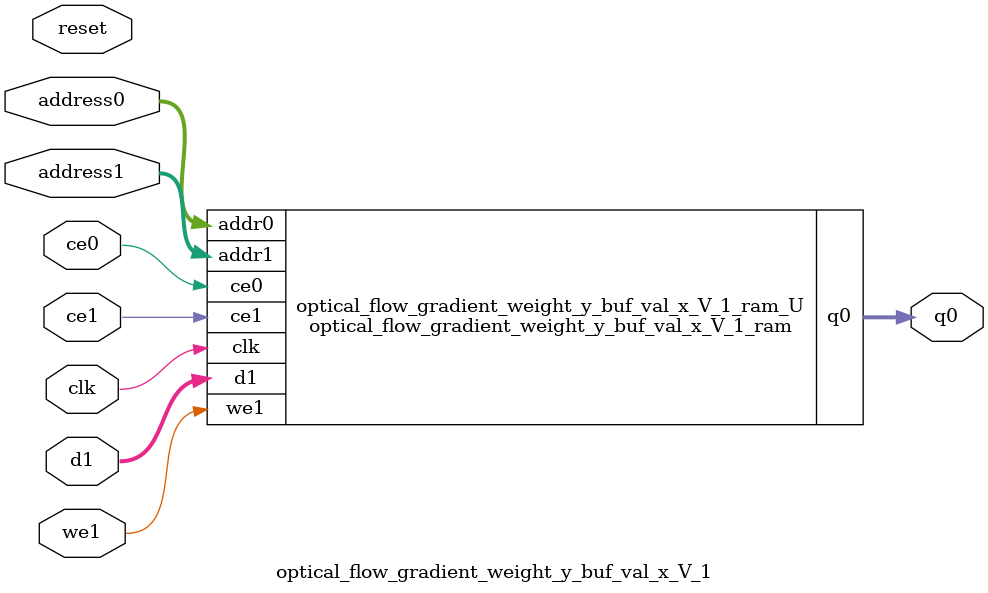
<source format=v>
`timescale 1 ns / 1 ps
module optical_flow_gradient_weight_y_buf_val_x_V_1_ram (addr0, ce0, q0, addr1, ce1, d1, we1,  clk);

parameter DWIDTH = 32;
parameter AWIDTH = 10;
parameter MEM_SIZE = 1024;

input[AWIDTH-1:0] addr0;
input ce0;
output reg[DWIDTH-1:0] q0;
input[AWIDTH-1:0] addr1;
input ce1;
input[DWIDTH-1:0] d1;
input we1;
input clk;

(* ram_style = "block" *)reg [DWIDTH-1:0] ram[0:MEM_SIZE-1];




always @(posedge clk)  
begin 
    if (ce0) begin
        q0 <= ram[addr0];
    end
end


always @(posedge clk)  
begin 
    if (ce1) begin
        if (we1) 
            ram[addr1] <= d1; 
    end
end


endmodule

`timescale 1 ns / 1 ps
module optical_flow_gradient_weight_y_buf_val_x_V_1(
    reset,
    clk,
    address0,
    ce0,
    q0,
    address1,
    ce1,
    we1,
    d1);

parameter DataWidth = 32'd32;
parameter AddressRange = 32'd1024;
parameter AddressWidth = 32'd10;
input reset;
input clk;
input[AddressWidth - 1:0] address0;
input ce0;
output[DataWidth - 1:0] q0;
input[AddressWidth - 1:0] address1;
input ce1;
input we1;
input[DataWidth - 1:0] d1;



optical_flow_gradient_weight_y_buf_val_x_V_1_ram optical_flow_gradient_weight_y_buf_val_x_V_1_ram_U(
    .clk( clk ),
    .addr0( address0 ),
    .ce0( ce0 ),
    .q0( q0 ),
    .addr1( address1 ),
    .ce1( ce1 ),
    .we1( we1 ),
    .d1( d1 ));

endmodule


</source>
